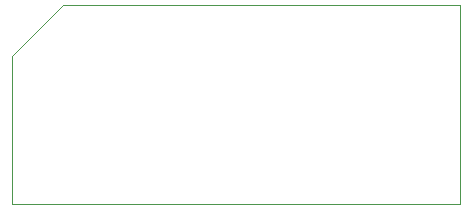
<source format=gbr>
%TF.GenerationSoftware,KiCad,Pcbnew,(5.1.6)-1*%
%TF.CreationDate,2024-02-11T14:18:58-05:00*%
%TF.ProjectId,GB-DMG-Headphone-PCB,47422d44-4d47-42d4-9865-616470686f6e,rev?*%
%TF.SameCoordinates,Original*%
%TF.FileFunction,Profile,NP*%
%FSLAX46Y46*%
G04 Gerber Fmt 4.6, Leading zero omitted, Abs format (unit mm)*
G04 Created by KiCad (PCBNEW (5.1.6)-1) date 2024-02-11 14:18:58*
%MOMM*%
%LPD*%
G01*
G04 APERTURE LIST*
%TA.AperFunction,Profile*%
%ADD10C,0.050000*%
%TD*%
G04 APERTURE END LIST*
D10*
X127000000Y-101790500D02*
X131318000Y-97472500D01*
X127000000Y-114300000D02*
X127000000Y-101790500D01*
X164973000Y-97472500D02*
X131318000Y-97472500D01*
X164973000Y-114300000D02*
X164973000Y-97472500D01*
X127000000Y-114300000D02*
X164973000Y-114300000D01*
M02*

</source>
